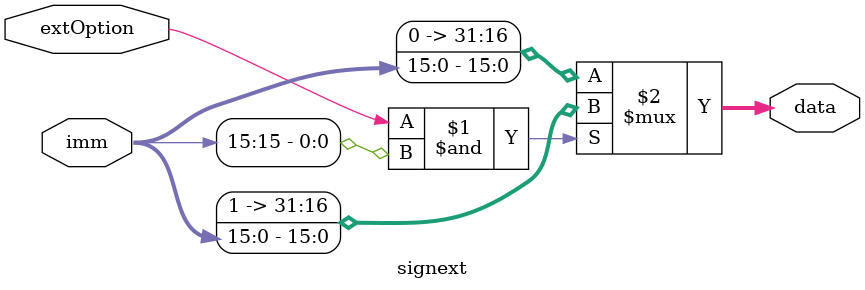
<source format=v>
`timescale 1ns / 1ps

module signext( 
    input [15:0] imm,  // 16 bits input
    input extOption,    // 1: signextend; 0: zeroextend
    output [31:0] data  // 32 bits output
); 

// 根据符号补充符号位
// 如果符号位为1，则补充16个1，即16’h ffff 
// 如果符号位为0，则补充16个0 
assign data = (extOption & imm[15:15]) ? {16'hffff,imm} : {16'h0000,imm}; 

endmodule 

</source>
